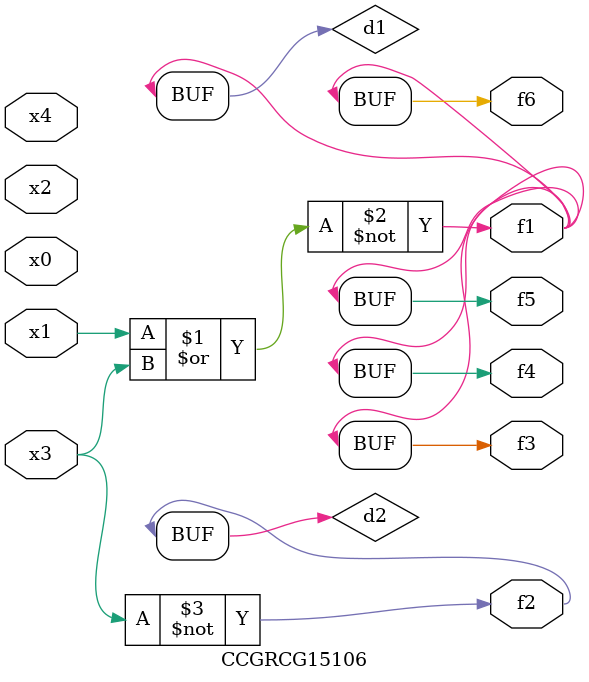
<source format=v>
module CCGRCG15106(
	input x0, x1, x2, x3, x4,
	output f1, f2, f3, f4, f5, f6
);

	wire d1, d2;

	nor (d1, x1, x3);
	not (d2, x3);
	assign f1 = d1;
	assign f2 = d2;
	assign f3 = d1;
	assign f4 = d1;
	assign f5 = d1;
	assign f6 = d1;
endmodule

</source>
